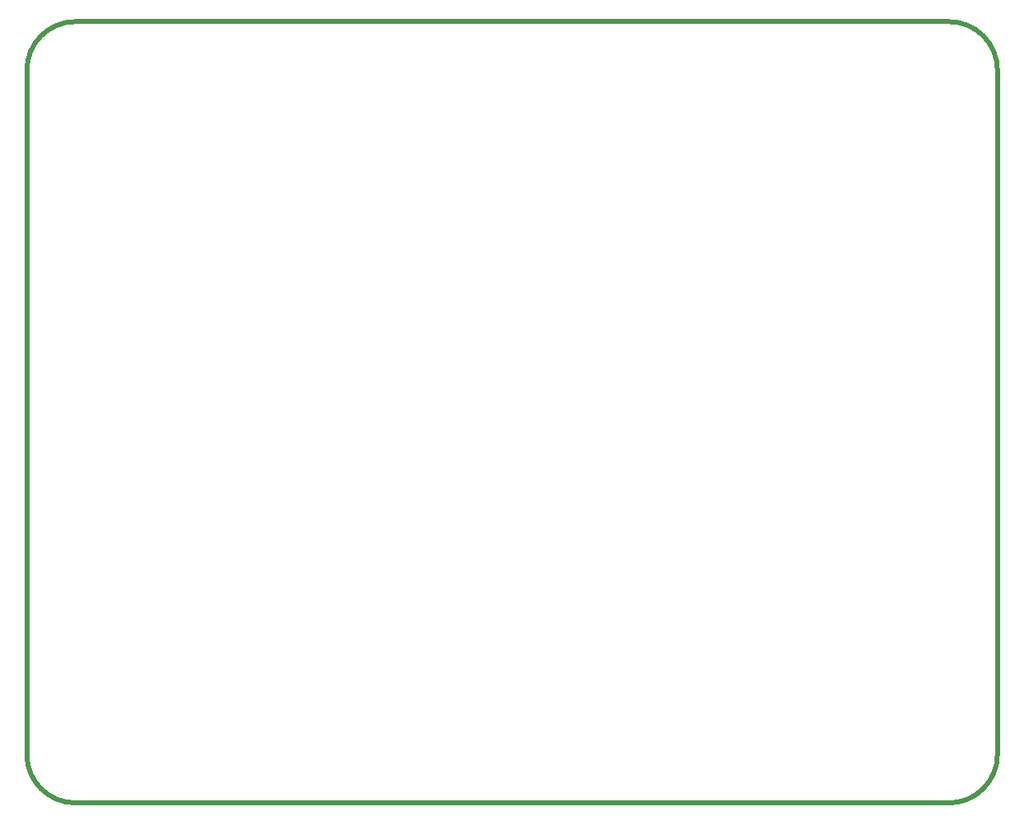
<source format=gbr>
%TF.GenerationSoftware,KiCad,Pcbnew,(5.1.9-0-10_14)*%
%TF.CreationDate,2021-03-10T21:41:09+01:00*%
%TF.ProjectId,MC5000_Board,4d433530-3030-45f4-926f-6172642e6b69,rev?*%
%TF.SameCoordinates,Original*%
%TF.FileFunction,Profile,NP*%
%FSLAX46Y46*%
G04 Gerber Fmt 4.6, Leading zero omitted, Abs format (unit mm)*
G04 Created by KiCad (PCBNEW (5.1.9-0-10_14)) date 2021-03-10 21:41:09*
%MOMM*%
%LPD*%
G01*
G04 APERTURE LIST*
%TA.AperFunction,Profile*%
%ADD10C,0.500000*%
%TD*%
G04 APERTURE END LIST*
D10*
X144250000Y-120500000D02*
X145000000Y-120500000D01*
X55000000Y-120500000D02*
X55750000Y-120500000D01*
X55750000Y-120500000D02*
X144250000Y-120500000D01*
X50000000Y-45000000D02*
X50000000Y-115500000D01*
X145000000Y-40000000D02*
X55000000Y-40000000D01*
X50000000Y-45000000D02*
G75*
G02*
X55000000Y-40000000I5000000J0D01*
G01*
X145000000Y-40000000D02*
G75*
G02*
X150000000Y-45000000I0J-5000000D01*
G01*
X55000000Y-120500000D02*
G75*
G02*
X50000000Y-115500000I0J5000000D01*
G01*
X150000000Y-115500000D02*
G75*
G02*
X145000000Y-120500000I-5000000J0D01*
G01*
X150000000Y-45000000D02*
X150000000Y-115500000D01*
M02*

</source>
